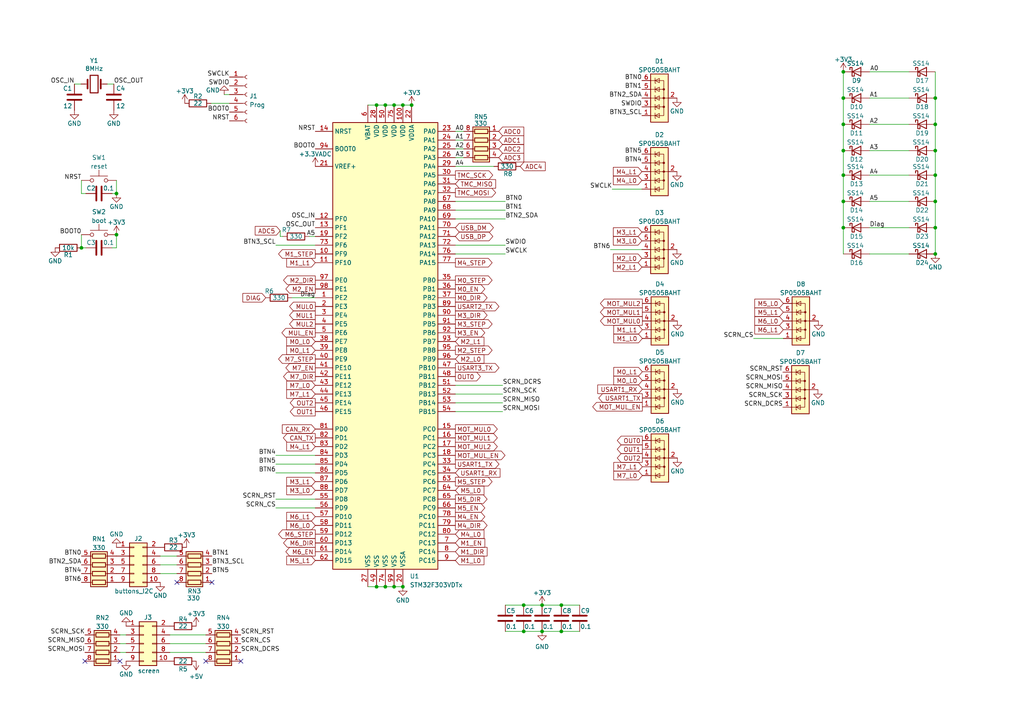
<source format=kicad_sch>
(kicad_sch (version 20211123) (generator eeschema)
  (paper "A4")
  (lib_symbols
    (symbol "Connector:Conn_01x06_Female" (pin_names (offset 1.016) hide)
      (property "Reference" "J" (at 0 7.62 0))
      (property "Value" "Conn_01x06_Female" (at 0 -10.16 0))
      (symbol "Conn_01x06_Female_1_1"
        (pin passive line (at -5.08 5.08 0) (length 3.81) (name "Pin_1") (number "1"))
        (pin passive line (at -5.08 2.54 0) (length 3.81) (name "Pin_2") (number "2"))
        (pin passive line (at -5.08 0 0) (length 3.81) (name "Pin_3") (number "3"))
        (pin passive line (at -5.08 -2.54 0) (length 3.81) (name "Pin_4") (number "4"))
        (pin passive line (at -5.08 -5.08 0) (length 3.81) (name "Pin_5") (number "5"))
        (pin passive line (at -5.08 -7.62 0) (length 3.81) (name "Pin_6") (number "6"))
      )
    )
    (symbol "Connector_Generic:Conn_02x05_Odd_Even" (pin_names (offset 1.016) hide)
      (property "Reference" "J" (at 1.27 7.62 0))
      (property "Value" "Conn_02x05_Odd_Even" (at 1.27 -7.62 0))
      (symbol "Conn_02x05_Odd_Even_1_1"
        (pin passive line (at -5.08 5.08 0) (length 3.81) (name "Pin_1") (number "1"))
        (pin passive line (at 7.62 -5.08 180) (length 3.81) (name "Pin_10") (number "10"))
        (pin passive line (at 7.62 5.08 180) (length 3.81) (name "Pin_2") (number "2"))
        (pin passive line (at -5.08 2.54 0) (length 3.81) (name "Pin_3") (number "3"))
        (pin passive line (at 7.62 2.54 180) (length 3.81) (name "Pin_4") (number "4"))
        (pin passive line (at -5.08 0 0) (length 3.81) (name "Pin_5") (number "5"))
        (pin passive line (at 7.62 0 180) (length 3.81) (name "Pin_6") (number "6"))
        (pin passive line (at -5.08 -2.54 0) (length 3.81) (name "Pin_7") (number "7"))
        (pin passive line (at 7.62 -2.54 180) (length 3.81) (name "Pin_8") (number "8"))
        (pin passive line (at -5.08 -5.08 0) (length 3.81) (name "Pin_9") (number "9"))
      )
    )
    (symbol "Device:C" (pin_numbers hide) (pin_names (offset 0.254))
      (property "Reference" "C" (at 0.635 2.54 0))
      (property "Value" "C" (at 0.635 -2.54 0))
      (symbol "C_1_1"
        (pin passive line (at 0 3.81 270) (length 2.794) (name "~") (number "1"))
        (pin passive line (at 0 -3.81 90) (length 2.794) (name "~") (number "2"))
      )
    )
    (symbol "Device:Crystal" (pin_numbers hide) (pin_names (offset 1.016) hide)
      (property "Reference" "Y" (at 0 3.81 0))
      (property "Value" "Crystal" (at 0 -3.81 0))
      (symbol "Crystal_1_1"
        (pin passive line (at -3.81 0 0) (length 1.27) (name "1") (number "1"))
        (pin passive line (at 3.81 0 180) (length 1.27) (name "2") (number "2"))
      )
    )
    (symbol "Device:D_Schottky" (pin_numbers hide) (pin_names (offset 1.016) hide)
      (property "Reference" "D" (at 0 2.54 0))
      (property "Value" "D_Schottky" (at 0 -2.54 0))
      (symbol "D_Schottky_1_1"
        (pin passive line (at -3.81 0 0) (length 2.54) (name "K") (number "1"))
        (pin passive line (at 3.81 0 180) (length 2.54) (name "A") (number "2"))
      )
    )
    (symbol "Device:R" (pin_numbers hide) (pin_names (offset 0))
      (property "Reference" "R" (at 2.032 0 90))
      (property "Value" "R" (at 0 0 90))
      (symbol "R_1_1"
        (pin passive line (at 0 3.81 270) (length 1.27) (name "~") (number "1"))
        (pin passive line (at 0 -3.81 90) (length 1.27) (name "~") (number "2"))
      )
    )
    (symbol "Device:R_Pack04" (pin_names (offset 0) hide)
      (property "Reference" "RN" (at -7.62 0 90))
      (property "Value" "R_Pack04" (at 5.08 0 90))
      (symbol "R_Pack04_1_1"
        (pin passive line (at -5.08 -5.08 90) (length 2.54) (name "R1.1") (number "1"))
        (pin passive line (at -2.54 -5.08 90) (length 2.54) (name "R2.1") (number "2"))
        (pin passive line (at 0 -5.08 90) (length 2.54) (name "R3.1") (number "3"))
        (pin passive line (at 2.54 -5.08 90) (length 2.54) (name "R4.1") (number "4"))
        (pin passive line (at 2.54 5.08 270) (length 2.54) (name "R4.2") (number "5"))
        (pin passive line (at 0 5.08 270) (length 2.54) (name "R3.2") (number "6"))
        (pin passive line (at -2.54 5.08 270) (length 2.54) (name "R2.2") (number "7"))
        (pin passive line (at -5.08 5.08 270) (length 2.54) (name "R1.2") (number "8"))
      )
    )
    (symbol "MCU_ST_STM32F3:STM32F303VDTx"
      (property "Reference" "U" (at -15.24 64.77 0))
      (property "Value" "STM32F303VDTx" (at 10.16 64.77 0))
      (symbol "STM32F303VDTx_1_1"
        (pin bidirectional line (at -20.32 12.7 0) (length 5.08) (name "PE2") (number "1"))
        (pin bidirectional line (at -20.32 25.4 0) (length 5.08) (name "PF9") (number "10"))
        (pin power_in line (at 5.08 68.58 270) (length 5.08) (name "VDD") (number "100"))
        (pin bidirectional line (at -20.32 22.86 0) (length 5.08) (name "PF10") (number "11"))
        (pin input line (at -20.32 35.56 0) (length 5.08) (name "PF0") (number "12"))
        (pin input line (at -20.32 33.02 0) (length 5.08) (name "PF1") (number "13"))
        (pin input line (at -20.32 60.96 0) (length 5.08) (name "NRST") (number "14"))
        (pin bidirectional line (at 20.32 -25.4 180) (length 5.08) (name "PC0") (number "15"))
        (pin bidirectional line (at 20.32 -27.94 180) (length 5.08) (name "PC1") (number "16"))
        (pin bidirectional line (at 20.32 -30.48 180) (length 5.08) (name "PC2") (number "17"))
        (pin bidirectional line (at 20.32 -33.02 180) (length 5.08) (name "PC3") (number "18"))
        (pin bidirectional line (at -20.32 30.48 0) (length 5.08) (name "PF2") (number "19"))
        (pin bidirectional line (at -20.32 10.16 0) (length 5.08) (name "PE3") (number "2"))
        (pin power_in line (at 5.08 -71.12 90) (length 5.08) (name "VSSA") (number "20"))
        (pin power_in line (at -20.32 50.8 0) (length 5.08) (name "VREF+") (number "21"))
        (pin power_in line (at 7.62 68.58 270) (length 5.08) (name "VDDA") (number "22"))
        (pin bidirectional line (at 20.32 60.96 180) (length 5.08) (name "PA0") (number "23"))
        (pin bidirectional line (at 20.32 58.42 180) (length 5.08) (name "PA1") (number "24"))
        (pin bidirectional line (at 20.32 55.88 180) (length 5.08) (name "PA2") (number "25"))
        (pin bidirectional line (at 20.32 53.34 180) (length 5.08) (name "PA3") (number "26"))
        (pin power_in line (at -5.08 -71.12 90) (length 5.08) (name "VSS") (number "27"))
        (pin power_in line (at -2.54 68.58 270) (length 5.08) (name "VDD") (number "28"))
        (pin bidirectional line (at 20.32 50.8 180) (length 5.08) (name "PA4") (number "29"))
        (pin bidirectional line (at -20.32 7.62 0) (length 5.08) (name "PE4") (number "3"))
        (pin bidirectional line (at 20.32 48.26 180) (length 5.08) (name "PA5") (number "30"))
        (pin bidirectional line (at 20.32 45.72 180) (length 5.08) (name "PA6") (number "31"))
        (pin bidirectional line (at 20.32 43.18 180) (length 5.08) (name "PA7") (number "32"))
        (pin bidirectional line (at 20.32 -35.56 180) (length 5.08) (name "PC4") (number "33"))
        (pin bidirectional line (at 20.32 -38.1 180) (length 5.08) (name "PC5") (number "34"))
        (pin bidirectional line (at 20.32 17.78 180) (length 5.08) (name "PB0") (number "35"))
        (pin bidirectional line (at 20.32 15.24 180) (length 5.08) (name "PB1") (number "36"))
        (pin bidirectional line (at 20.32 12.7 180) (length 5.08) (name "PB2") (number "37"))
        (pin bidirectional line (at -20.32 0 0) (length 5.08) (name "PE7") (number "38"))
        (pin bidirectional line (at -20.32 -2.54 0) (length 5.08) (name "PE8") (number "39"))
        (pin bidirectional line (at -20.32 5.08 0) (length 5.08) (name "PE5") (number "4"))
        (pin bidirectional line (at -20.32 -5.08 0) (length 5.08) (name "PE9") (number "40"))
        (pin bidirectional line (at -20.32 -7.62 0) (length 5.08) (name "PE10") (number "41"))
        (pin bidirectional line (at -20.32 -10.16 0) (length 5.08) (name "PE11") (number "42"))
        (pin bidirectional line (at -20.32 -12.7 0) (length 5.08) (name "PE12") (number "43"))
        (pin bidirectional line (at -20.32 -15.24 0) (length 5.08) (name "PE13") (number "44"))
        (pin bidirectional line (at -20.32 -17.78 0) (length 5.08) (name "PE14") (number "45"))
        (pin bidirectional line (at -20.32 -20.32 0) (length 5.08) (name "PE15") (number "46"))
        (pin bidirectional line (at 20.32 -7.62 180) (length 5.08) (name "PB10") (number "47"))
        (pin bidirectional line (at 20.32 -10.16 180) (length 5.08) (name "PB11") (number "48"))
        (pin power_in line (at -2.54 -71.12 90) (length 5.08) (name "VSS") (number "49"))
        (pin bidirectional line (at -20.32 2.54 0) (length 5.08) (name "PE6") (number "5"))
        (pin power_in line (at 0 68.58 270) (length 5.08) (name "VDD") (number "50"))
        (pin bidirectional line (at 20.32 -12.7 180) (length 5.08) (name "PB12") (number "51"))
        (pin bidirectional line (at 20.32 -15.24 180) (length 5.08) (name "PB13") (number "52"))
        (pin bidirectional line (at 20.32 -17.78 180) (length 5.08) (name "PB14") (number "53"))
        (pin bidirectional line (at 20.32 -20.32 180) (length 5.08) (name "PB15") (number "54"))
        (pin bidirectional line (at -20.32 -45.72 0) (length 5.08) (name "PD8") (number "55"))
        (pin bidirectional line (at -20.32 -48.26 0) (length 5.08) (name "PD9") (number "56"))
        (pin bidirectional line (at -20.32 -50.8 0) (length 5.08) (name "PD10") (number "57"))
        (pin bidirectional line (at -20.32 -53.34 0) (length 5.08) (name "PD11") (number "58"))
        (pin bidirectional line (at -20.32 -55.88 0) (length 5.08) (name "PD12") (number "59"))
        (pin power_in line (at -5.08 68.58 270) (length 5.08) (name "VBAT") (number "6"))
        (pin bidirectional line (at -20.32 -58.42 0) (length 5.08) (name "PD13") (number "60"))
        (pin bidirectional line (at -20.32 -60.96 0) (length 5.08) (name "PD14") (number "61"))
        (pin bidirectional line (at -20.32 -63.5 0) (length 5.08) (name "PD15") (number "62"))
        (pin bidirectional line (at 20.32 -40.64 180) (length 5.08) (name "PC6") (number "63"))
        (pin bidirectional line (at 20.32 -43.18 180) (length 5.08) (name "PC7") (number "64"))
        (pin bidirectional line (at 20.32 -45.72 180) (length 5.08) (name "PC8") (number "65"))
        (pin bidirectional line (at 20.32 -48.26 180) (length 5.08) (name "PC9") (number "66"))
        (pin bidirectional line (at 20.32 40.64 180) (length 5.08) (name "PA8") (number "67"))
        (pin bidirectional line (at 20.32 38.1 180) (length 5.08) (name "PA9") (number "68"))
        (pin bidirectional line (at 20.32 35.56 180) (length 5.08) (name "PA10") (number "69"))
        (pin bidirectional line (at 20.32 -58.42 180) (length 5.08) (name "PC13") (number "7"))
        (pin bidirectional line (at 20.32 33.02 180) (length 5.08) (name "PA11") (number "70"))
        (pin bidirectional line (at 20.32 30.48 180) (length 5.08) (name "PA12") (number "71"))
        (pin bidirectional line (at 20.32 27.94 180) (length 5.08) (name "PA13") (number "72"))
        (pin bidirectional line (at -20.32 27.94 0) (length 5.08) (name "PF6") (number "73"))
        (pin power_in line (at 0 -71.12 90) (length 5.08) (name "VSS") (number "74"))
        (pin power_in line (at 2.54 68.58 270) (length 5.08) (name "VDD") (number "75"))
        (pin bidirectional line (at 20.32 25.4 180) (length 5.08) (name "PA14") (number "76"))
        (pin bidirectional line (at 20.32 22.86 180) (length 5.08) (name "PA15") (number "77"))
        (pin bidirectional line (at 20.32 -50.8 180) (length 5.08) (name "PC10") (number "78"))
        (pin bidirectional line (at 20.32 -53.34 180) (length 5.08) (name "PC11") (number "79"))
        (pin bidirectional line (at 20.32 -60.96 180) (length 5.08) (name "PC14") (number "8"))
        (pin bidirectional line (at 20.32 -55.88 180) (length 5.08) (name "PC12") (number "80"))
        (pin bidirectional line (at -20.32 -25.4 0) (length 5.08) (name "PD0") (number "81"))
        (pin bidirectional line (at -20.32 -27.94 0) (length 5.08) (name "PD1") (number "82"))
        (pin bidirectional line (at -20.32 -30.48 0) (length 5.08) (name "PD2") (number "83"))
        (pin bidirectional line (at -20.32 -33.02 0) (length 5.08) (name "PD3") (number "84"))
        (pin bidirectional line (at -20.32 -35.56 0) (length 5.08) (name "PD4") (number "85"))
        (pin bidirectional line (at -20.32 -38.1 0) (length 5.08) (name "PD5") (number "86"))
        (pin bidirectional line (at -20.32 -40.64 0) (length 5.08) (name "PD6") (number "87"))
        (pin bidirectional line (at -20.32 -43.18 0) (length 5.08) (name "PD7") (number "88"))
        (pin bidirectional line (at 20.32 10.16 180) (length 5.08) (name "PB3") (number "89"))
        (pin bidirectional line (at 20.32 -63.5 180) (length 5.08) (name "PC15") (number "9"))
        (pin bidirectional line (at 20.32 7.62 180) (length 5.08) (name "PB4") (number "90"))
        (pin bidirectional line (at 20.32 5.08 180) (length 5.08) (name "PB5") (number "91"))
        (pin bidirectional line (at 20.32 2.54 180) (length 5.08) (name "PB6") (number "92"))
        (pin bidirectional line (at 20.32 0 180) (length 5.08) (name "PB7") (number "93"))
        (pin input line (at -20.32 55.88 0) (length 5.08) (name "BOOT0") (number "94"))
        (pin bidirectional line (at 20.32 -2.54 180) (length 5.08) (name "PB8") (number "95"))
        (pin bidirectional line (at 20.32 -5.08 180) (length 5.08) (name "PB9") (number "96"))
        (pin bidirectional line (at -20.32 17.78 0) (length 5.08) (name "PE0") (number "97"))
        (pin bidirectional line (at -20.32 15.24 0) (length 5.08) (name "PE1") (number "98"))
        (pin power_in line (at 2.54 -71.12 90) (length 5.08) (name "VSS") (number "99"))
      )
    )
    (symbol "Power_Protection:SP0505BAHT" (pin_names hide)
      (property "Reference" "D" (at 7.62 2.54 0))
      (property "Value" "SP0505BAHT" (at 7.62 0.635 0))
      (symbol "SP0505BAHT_0_0"
        (pin passive line (at 0 -5.08 90) (length 2.54) (name "A") (number "2"))
      )
      (symbol "SP0505BAHT_1_1"
        (pin passive line (at -5.08 5.08 270) (length 2.54) (name "K") (number "1"))
        (pin passive line (at -2.54 5.08 270) (length 2.54) (name "K") (number "3"))
        (pin passive line (at 0 5.08 270) (length 2.54) (name "K") (number "4"))
        (pin passive line (at 2.54 5.08 270) (length 2.54) (name "K") (number "5"))
        (pin passive line (at 5.08 5.08 270) (length 2.54) (name "K") (number "6"))
      )
    )
    (symbol "Switch:SW_Push" (pin_numbers hide) (pin_names (offset 1.016) hide)
      (property "Reference" "SW" (at 1.27 2.54 0))
      (property "Value" "SW_Push" (at 0 -1.524 0))
      (symbol "SW_Push_0_1"
        (pin passive line (at -5.08 0 0) (length 2.54) (name "1") (number "1"))
        (pin passive line (at 5.08 0 180) (length 2.54) (name "2") (number "2"))
      )
    )
    (symbol "power:+3.3VADC" (power) (pin_names (offset 0))
      (property "Value" "+3.3VADC" (at 0 2.54 0))
      (symbol "+3.3VADC_0_0"
        (pin power_in line (at 0 0 90) (length 0) hide (name "+3.3VADC") (number "1"))
      )
    )
    (symbol "power:+3V3" (power) (pin_names (offset 0))
      (property "Value" "+3V3" (at 0 3.556 0))
      (symbol "+3V3_1_1"
        (pin power_in line (at 0 0 90) (length 0) hide (name "+3V3") (number "1"))
      )
    )
    (symbol "power:+5V" (power) (pin_names (offset 0))
      (property "Value" "+5V" (at 0 3.556 0))
      (symbol "+5V_1_1"
        (pin power_in line (at 0 0 90) (length 0) hide (name "+5V") (number "1"))
      )
    )
    (symbol "power:GND" (power) (pin_names (offset 0))
      (property "Value" "GND" (at 0 -3.81 0))
      (symbol "GND_1_1"
        (pin power_in line (at 0 0 270) (length 0) hide (name "GND") (number "1"))
      )
    )
    (symbol "stm32-rescue:C" (pin_numbers hide) (pin_names (offset 0.254))
      (property "Reference" "C" (at 0.635 2.54 0))
      (property "Value" "C" (at 0.635 -2.54 0))
      (symbol "C_1_1"
        (pin passive line (at 0 3.81 270) (length 2.794) (name "~") (number "1"))
        (pin passive line (at 0 -3.81 90) (length 2.794) (name "~") (number "2"))
      )
    )
    (symbol "stm32-rescue:GND" (power) (pin_names (offset 0))
      (property "Value" "GND" (at 0 -3.81 0))
      (symbol "GND_1_1"
        (pin power_in line (at 0 0 270) (length 0) hide (name "GND") (number "1"))
      )
    )
  )
  (junction (at 151.892 175.514))
  (junction (at 23.622 71.882))
  (junction (at 157.226 183.134))
  (junction (at 109.22 170.18))
  (junction (at 271.272 36.068))
  (junction (at 116.84 170.18))
  (junction (at 111.76 30.48))
  (junction (at 157.226 175.514))
  (junction (at 271.272 43.688))
  (junction (at 109.22 30.48))
  (junction (at 271.272 58.42))
  (junction (at 271.272 66.04))
  (junction (at 114.3 30.48))
  (junction (at 162.814 175.514))
  (junction (at 111.76 170.18))
  (junction (at 244.602 36.068))
  (junction (at 244.602 20.828))
  (junction (at 114.3 170.18))
  (junction (at 244.602 28.448))
  (junction (at 271.272 50.8))
  (junction (at 119.38 30.48))
  (junction (at 33.782 56.134))
  (junction (at 244.602 58.42))
  (junction (at 271.272 28.448))
  (junction (at 244.602 43.688))
  (junction (at 151.892 183.134))
  (junction (at 33.782 68.072))
  (junction (at 162.814 183.134))
  (junction (at 244.602 66.04))
  (junction (at 116.84 30.48))
  (junction (at 244.602 50.8))
  (junction (at 271.272 73.66))
  (no_connect (at 69.85 191.77))
  (no_connect (at 59.69 191.77))
  (no_connect (at 51.308 168.91))
  (no_connect (at 61.468 168.91))
  (no_connect (at 34.798 191.77))
  (no_connect (at 24.638 191.77))
  (wire (pts (xy 252.222 20.828) (xy 263.652 20.828)))
  (wire (pts (xy 271.272 20.828) (xy 271.272 28.448)))
  (wire (pts (xy 49.276 186.69) (xy 59.69 186.69)))
  (wire (pts (xy 244.602 20.828) (xy 244.602 28.448)))
  (wire (pts (xy 252.222 73.66) (xy 263.652 73.66)))
  (wire (pts (xy 114.3 170.18) (xy 116.84 170.18)))
  (wire (pts (xy 84.709 86.36) (xy 91.44 86.36)))
  (wire (pts (xy 244.602 58.42) (xy 244.602 66.04)))
  (wire (pts (xy 106.68 170.18) (xy 109.22 170.18)))
  (wire (pts (xy 32.512 71.882) (xy 33.782 71.882)))
  (wire (pts (xy 145.796 114.3) (xy 132.08 114.3)))
  (wire (pts (xy 46.482 163.83) (xy 51.308 163.83)))
  (wire (pts (xy 271.272 50.8) (xy 271.272 58.42)))
  (wire (pts (xy 271.272 58.42) (xy 271.272 66.04)))
  (wire (pts (xy 81.28 68.58) (xy 82.042 68.58)))
  (wire (pts (xy 162.814 175.514) (xy 168.148 175.514)))
  (wire (pts (xy 80.01 134.62) (xy 91.44 134.62)))
  (wire (pts (xy 146.558 63.5) (xy 132.08 63.5)))
  (wire (pts (xy 157.226 183.134) (xy 162.814 183.134)))
  (wire (pts (xy 244.602 36.068) (xy 244.602 43.688)))
  (wire (pts (xy 252.222 50.8) (xy 263.652 50.8)))
  (wire (pts (xy 33.02 24.384) (xy 31.115 24.384)))
  (wire (pts (xy 271.272 28.448) (xy 271.272 36.068)))
  (wire (pts (xy 134.493 45.72) (xy 132.08 45.72)))
  (wire (pts (xy 244.602 43.688) (xy 244.602 50.8)))
  (wire (pts (xy 46.482 161.29) (xy 51.308 161.29)))
  (wire (pts (xy 23.622 56.134) (xy 23.622 52.324)))
  (wire (pts (xy 34.798 189.23) (xy 36.576 189.23)))
  (wire (pts (xy 145.796 111.76) (xy 132.08 111.76)))
  (wire (pts (xy 244.602 50.8) (xy 244.602 58.42)))
  (wire (pts (xy 116.84 30.48) (xy 119.38 30.48)))
  (wire (pts (xy 89.662 68.58) (xy 91.44 68.58)))
  (wire (pts (xy 151.892 175.514) (xy 157.226 175.514)))
  (wire (pts (xy 33.782 52.324) (xy 33.782 56.134)))
  (wire (pts (xy 65.024 27.432) (xy 66.548 27.432)))
  (wire (pts (xy 114.3 30.48) (xy 116.84 30.48)))
  (wire (pts (xy 80.01 71.12) (xy 91.44 71.12)))
  (wire (pts (xy 244.602 28.448) (xy 244.602 36.068)))
  (wire (pts (xy 145.796 119.38) (xy 132.08 119.38)))
  (wire (pts (xy 244.602 66.04) (xy 244.602 73.66)))
  (wire (pts (xy 134.493 43.18) (xy 132.08 43.18)))
  (wire (pts (xy 80.01 144.78) (xy 91.44 144.78)))
  (wire (pts (xy 218.567 98.171) (xy 227.203 98.171)))
  (wire (pts (xy 109.22 30.48) (xy 111.76 30.48)))
  (wire (pts (xy 23.622 68.072) (xy 23.622 71.882)))
  (wire (pts (xy 49.276 184.15) (xy 59.69 184.15)))
  (wire (pts (xy 132.08 48.26) (xy 143.256 48.26)))
  (wire (pts (xy 33.782 71.882) (xy 33.782 68.072)))
  (wire (pts (xy 81.28 66.929) (xy 81.28 68.58)))
  (wire (pts (xy 146.558 175.514) (xy 151.892 175.514)))
  (wire (pts (xy 252.222 66.04) (xy 263.652 66.04)))
  (wire (pts (xy 252.222 28.448) (xy 263.652 28.448)))
  (wire (pts (xy 21.59 24.384) (xy 23.495 24.384)))
  (wire (pts (xy 252.222 43.688) (xy 263.652 43.688)))
  (wire (pts (xy 49.276 189.23) (xy 59.69 189.23)))
  (wire (pts (xy 151.892 183.134) (xy 157.226 183.134)))
  (wire (pts (xy 80.01 132.08) (xy 91.44 132.08)))
  (wire (pts (xy 157.226 175.514) (xy 162.814 175.514)))
  (wire (pts (xy 177.546 54.864) (xy 186.182 54.864)))
  (wire (pts (xy 252.222 36.068) (xy 263.652 36.068)))
  (wire (pts (xy 61.214 29.972) (xy 66.548 29.972)))
  (wire (pts (xy 271.272 36.068) (xy 271.272 43.688)))
  (wire (pts (xy 146.558 183.134) (xy 151.892 183.134)))
  (wire (pts (xy 46.482 166.37) (xy 51.308 166.37)))
  (wire (pts (xy 271.272 43.688) (xy 271.272 50.8)))
  (wire (pts (xy 177.038 72.39) (xy 186.182 72.39)))
  (wire (pts (xy 109.22 170.18) (xy 111.76 170.18)))
  (wire (pts (xy 23.622 71.882) (xy 24.892 71.882)))
  (wire (pts (xy 132.08 73.66) (xy 146.558 73.66)))
  (wire (pts (xy 134.493 40.64) (xy 132.08 40.64)))
  (wire (pts (xy 146.558 58.42) (xy 132.08 58.42)))
  (wire (pts (xy 134.493 38.1) (xy 132.08 38.1)))
  (wire (pts (xy 252.222 58.42) (xy 263.652 58.42)))
  (wire (pts (xy 34.798 186.69) (xy 36.576 186.69)))
  (wire (pts (xy 271.272 66.04) (xy 271.272 73.66)))
  (wire (pts (xy 34.798 184.15) (xy 36.576 184.15)))
  (wire (pts (xy 33.782 56.134) (xy 32.512 56.134)))
  (wire (pts (xy 132.08 71.12) (xy 146.558 71.12)))
  (wire (pts (xy 111.76 170.18) (xy 114.3 170.18)))
  (wire (pts (xy 145.796 116.84) (xy 132.08 116.84)))
  (wire (pts (xy 111.76 30.48) (xy 114.3 30.48)))
  (wire (pts (xy 80.01 147.32) (xy 91.44 147.32)))
  (wire (pts (xy 80.01 137.16) (xy 91.44 137.16)))
  (wire (pts (xy 106.68 30.48) (xy 109.22 30.48)))
  (wire (pts (xy 162.814 183.134) (xy 168.148 183.134)))
  (wire (pts (xy 24.892 56.134) (xy 23.622 56.134)))
  (wire (pts (xy 146.558 60.96) (xy 132.08 60.96)))
  (label "BTN0" (at 146.558 58.42 0))
  (label "A5" (at 252.222 58.42 0))
  (label "SCRN_MOSI" (at 24.638 189.23 180))
  (label "BTN3_SCL" (at 80.01 71.12 180))
  (label "SCRN_RST" (at 227.076 107.95 180))
  (label "A3" (at 252.222 43.688 0))
  (label "A5" (at 91.44 68.58 180))
  (label "BTN5" (at 61.468 166.37 0))
  (label "BTN2_SDA" (at 186.182 28.448 180))
  (label "NRST" (at 91.44 38.1 180))
  (label "A1" (at 252.222 28.448 0))
  (label "BTN5" (at 80.01 134.62 180))
  (label "A4" (at 252.222 50.8 0))
  (label "SCRN_SCK" (at 24.638 184.15 180))
  (label "BTN4" (at 23.622 166.37 180))
  (label "BTN0" (at 186.182 23.368 180))
  (label "SCRN_SCK" (at 145.796 114.3 0))
  (label "SCRN_DCRS" (at 227.076 118.11 180))
  (label "SWCLK" (at 177.546 54.864 180))
  (label "A0" (at 132.08 38.1 0))
  (label "BTN1" (at 146.558 60.96 0))
  (label "OSC_IN" (at 91.44 63.5 180))
  (label "BTN1" (at 61.468 161.29 0))
  (label "BOOT0" (at 23.622 68.072 180))
  (label "BTN4" (at 80.01 132.08 180))
  (label "SWCLK" (at 66.548 22.352 180))
  (label "BTN1" (at 186.182 25.908 180))
  (label "SCRN_MISO" (at 227.076 113.03 180))
  (label "SCRN_DCRS" (at 69.85 189.23 0))
  (label "SWCLK" (at 146.558 73.66 0))
  (label "SCRN_RST" (at 69.85 184.15 0))
  (label "NRST" (at 66.548 35.052 180))
  (label "Diag" (at 91.44 86.36 180))
  (label "BTN3_SCL" (at 186.182 33.528 180))
  (label "BTN5" (at 186.182 44.704 180))
  (label "Diag" (at 252.222 66.04 0))
  (label "SCRN_MOSI" (at 227.076 110.49 180))
  (label "BTN2_SDA" (at 23.622 163.83 180))
  (label "OSC_IN" (at 21.59 24.384 180))
  (label "SCRN_CS" (at 80.01 147.32 180))
  (label "SCRN_CS" (at 69.85 186.69 0))
  (label "SCRN_MISO" (at 145.796 116.84 0))
  (label "OSC_OUT" (at 91.44 66.04 180))
  (label "A3" (at 132.08 45.72 0))
  (label "SCRN_MISO" (at 24.638 186.69 180))
  (label "BTN3_SCL" (at 61.468 163.83 0))
  (label "A1" (at 132.08 40.64 0))
  (label "SCRN_MOSI" (at 145.796 119.38 0))
  (label "SWDIO" (at 146.558 71.12 0))
  (label "SWDIO" (at 186.182 30.988 180))
  (label "SCRN_SCK" (at 227.076 115.57 180))
  (label "A0" (at 252.349 20.828 0))
  (label "BTN0" (at 23.622 161.29 180))
  (label "BOOT0" (at 91.44 43.18 180))
  (label "BOOT0" (at 66.548 32.512 180))
  (label "BTN2_SDA" (at 146.558 63.5 0))
  (label "SCRN_CS" (at 218.567 98.171 180))
  (label "BTN6" (at 23.622 168.91 180))
  (label "SCRN_DCRS" (at 145.796 111.76 0))
  (label "SWDIO" (at 66.548 24.892 180))
  (label "A2" (at 252.222 36.068 0))
  (label "OSC_OUT" (at 33.02 24.384 0))
  (label "SCRN_RST" (at 80.01 144.78 180))
  (label "BTN6" (at 177.038 72.39 180))
  (label "BTN6" (at 80.01 137.16 180))
  (label "BTN4" (at 186.182 47.244 180))
  (label "A4" (at 132.08 48.26 0))
  (label "A2" (at 132.08 43.18 0))
  (label "NRST" (at 23.622 52.324 180))
  (global_label "M1_L0" (shape input) (at 186.309 98.171 180) (property "Intersheet References" "${INTERSHEET_REFS}" (effects hide)))
  (global_label "M5_L0" (shape input) (at 132.08 142.24 0) (property "Intersheet References" "${INTERSHEET_REFS}" (effects hide)))
  (global_label "M2_DIR" (shape output) (at 91.44 81.28 180) (property "Intersheet References" "${INTERSHEET_REFS}" (effects hide)))
  (global_label "M6_L0" (shape input) (at 91.44 152.4 180) (property "Intersheet References" "${INTERSHEET_REFS}" (effects hide)))
  (global_label "M6_L1" (shape input) (at 227.203 95.631 180) (property "Intersheet References" "${INTERSHEET_REFS}" (effects hide)))
  (global_label "MUL1" (shape output) (at 91.44 91.44 180) (property "Intersheet References" "${INTERSHEET_REFS}" (effects hide)))
  (global_label "USART1_TX" (shape output) (at 132.08 134.62 0) (property "Intersheet References" "${INTERSHEET_REFS}" (effects hide)))
  (global_label "OUT0" (shape output) (at 132.08 109.22 0) (property "Intersheet References" "${INTERSHEET_REFS}" (effects hide)))
  (global_label "USART1_RX" (shape input) (at 186.309 112.903 180) (property "Intersheet References" "${INTERSHEET_REFS}" (effects hide)))
  (global_label "M3_L0" (shape input) (at 91.44 142.24 180) (property "Intersheet References" "${INTERSHEET_REFS}" (effects hide)))
  (global_label "M0_EN" (shape output) (at 132.08 83.82 0) (property "Intersheet References" "${INTERSHEET_REFS}" (effects hide)))
  (global_label "M6_EN" (shape output) (at 91.44 160.02 180) (property "Intersheet References" "${INTERSHEET_REFS}" (effects hide)))
  (global_label "MOT_MUL0" (shape output) (at 186.309 93.091 180) (property "Intersheet References" "${INTERSHEET_REFS}" (effects hide)))
  (global_label "DIAG" (shape input) (at 77.089 86.36 180) (property "Intersheet References" "${INTERSHEET_REFS}" (effects hide)))
  (global_label "M2_L1" (shape input) (at 186.182 77.47 180) (property "Intersheet References" "${INTERSHEET_REFS}" (effects hide)))
  (global_label "TMC_MISO" (shape input) (at 132.08 53.34 0) (property "Intersheet References" "${INTERSHEET_REFS}" (effects hide)))
  (global_label "CAN_RX" (shape input) (at 91.44 124.46 180) (property "Intersheet References" "${INTERSHEET_REFS}" (effects hide)))
  (global_label "M7_L0" (shape input) (at 186.309 137.922 180) (property "Intersheet References" "${INTERSHEET_REFS}" (effects hide)))
  (global_label "M4_L0" (shape input) (at 186.182 52.324 180) (property "Intersheet References" "${INTERSHEET_REFS}" (effects hide)))
  (global_label "M1_EN" (shape input) (at 132.08 157.48 0) (property "Intersheet References" "${INTERSHEET_REFS}" (effects hide)))
  (global_label "MOT_MUL_EN" (shape output) (at 132.08 132.08 0) (property "Intersheet References" "${INTERSHEET_REFS}" (effects hide)))
  (global_label "M7_L1" (shape input) (at 91.44 114.3 180) (property "Intersheet References" "${INTERSHEET_REFS}" (effects hide)))
  (global_label "USART1_RX" (shape input) (at 132.08 137.16 0) (property "Intersheet References" "${INTERSHEET_REFS}" (effects hide)))
  (global_label "M6_DIR" (shape output) (at 91.44 157.48 180) (property "Intersheet References" "${INTERSHEET_REFS}" (effects hide)))
  (global_label "USART1_TX" (shape output) (at 186.309 115.443 180) (property "Intersheet References" "${INTERSHEET_REFS}" (effects hide)))
  (global_label "M4_EN" (shape output) (at 132.08 149.86 0) (property "Intersheet References" "${INTERSHEET_REFS}" (effects hide)))
  (global_label "M0_L1" (shape input) (at 91.44 101.6 180) (property "Intersheet References" "${INTERSHEET_REFS}" (effects hide)))
  (global_label "M1_STEP" (shape output) (at 91.44 73.66 180) (property "Intersheet References" "${INTERSHEET_REFS}" (effects hide)))
  (global_label "OUT2" (shape output) (at 186.309 132.842 180) (property "Intersheet References" "${INTERSHEET_REFS}" (effects hide)))
  (global_label "ADC4" (shape input) (at 150.876 48.26 0) (property "Intersheet References" "${INTERSHEET_REFS}" (effects hide)))
  (global_label "OUT2" (shape output) (at 91.44 116.84 180) (property "Intersheet References" "${INTERSHEET_REFS}" (effects hide)))
  (global_label "M0_L0" (shape input) (at 186.309 110.363 180) (property "Intersheet References" "${INTERSHEET_REFS}" (effects hide)))
  (global_label "M3_L0" (shape input) (at 186.182 69.85 180) (property "Intersheet References" "${INTERSHEET_REFS}" (effects hide)))
  (global_label "M2_L1" (shape input) (at 132.08 99.06 0) (property "Intersheet References" "${INTERSHEET_REFS}" (effects hide)))
  (global_label "ADC2" (shape input) (at 144.653 43.18 0) (property "Intersheet References" "${INTERSHEET_REFS}" (effects hide)))
  (global_label "MOT_MUL1" (shape output) (at 132.08 127 0) (property "Intersheet References" "${INTERSHEET_REFS}" (effects hide)))
  (global_label "M0_STEP" (shape output) (at 132.08 81.28 0) (property "Intersheet References" "${INTERSHEET_REFS}" (effects hide)))
  (global_label "M7_L1" (shape input) (at 186.309 135.382 180) (property "Intersheet References" "${INTERSHEET_REFS}" (effects hide)))
  (global_label "MUL0" (shape output) (at 91.44 88.9 180) (property "Intersheet References" "${INTERSHEET_REFS}" (effects hide)))
  (global_label "M3_L1" (shape input) (at 186.182 67.31 180) (property "Intersheet References" "${INTERSHEET_REFS}" (effects hide)))
  (global_label "M1_DIR" (shape input) (at 132.08 160.02 0) (property "Intersheet References" "${INTERSHEET_REFS}" (effects hide)))
  (global_label "M2_EN" (shape output) (at 91.44 83.82 180) (property "Intersheet References" "${INTERSHEET_REFS}" (effects hide)))
  (global_label "M3_L1" (shape input) (at 91.44 139.7 180) (property "Intersheet References" "${INTERSHEET_REFS}" (effects hide)))
  (global_label "M3_EN" (shape output) (at 132.08 96.52 0) (property "Intersheet References" "${INTERSHEET_REFS}" (effects hide)))
  (global_label "M3_DIR" (shape output) (at 132.08 91.44 0) (property "Intersheet References" "${INTERSHEET_REFS}" (effects hide)))
  (global_label "MOT_MUL0" (shape output) (at 132.08 124.46 0) (property "Intersheet References" "${INTERSHEET_REFS}" (effects hide)))
  (global_label "M4_L1" (shape input) (at 91.44 129.54 180) (property "Intersheet References" "${INTERSHEET_REFS}" (effects hide)))
  (global_label "M5_L0" (shape input) (at 227.203 88.011 180) (property "Intersheet References" "${INTERSHEET_REFS}" (effects hide)))
  (global_label "M1_L1" (shape input) (at 91.44 76.2 180) (property "Intersheet References" "${INTERSHEET_REFS}" (effects hide)))
  (global_label "M7_DIR" (shape output) (at 91.44 109.22 180) (property "Intersheet References" "${INTERSHEET_REFS}" (effects hide)))
  (global_label "MUL_EN" (shape output) (at 91.44 96.52 180) (property "Intersheet References" "${INTERSHEET_REFS}" (effects hide)))
  (global_label "USB_DM" (shape bidirectional) (at 132.08 66.04 0) (property "Intersheet References" "${INTERSHEET_REFS}" (effects hide)))
  (global_label "M4_L0" (shape input) (at 132.08 154.94 0) (property "Intersheet References" "${INTERSHEET_REFS}" (effects hide)))
  (global_label "M5_STEP" (shape output) (at 132.08 139.7 0) (property "Intersheet References" "${INTERSHEET_REFS}" (effects hide)))
  (global_label "MOT_MUL2" (shape output) (at 132.08 129.54 0) (property "Intersheet References" "${INTERSHEET_REFS}" (effects hide)))
  (global_label "USART3_TX" (shape output) (at 132.08 106.68 0) (property "Intersheet References" "${INTERSHEET_REFS}" (effects hide)))
  (global_label "M5_L1" (shape input) (at 227.203 90.551 180) (property "Intersheet References" "${INTERSHEET_REFS}" (effects hide)))
  (global_label "TMC_SCK" (shape output) (at 132.08 50.8 0) (property "Intersheet References" "${INTERSHEET_REFS}" (effects hide)))
  (global_label "ADC0" (shape input) (at 144.653 38.1 0) (property "Intersheet References" "${INTERSHEET_REFS}" (effects hide)))
  (global_label "M1_L1" (shape input) (at 186.309 95.631 180) (property "Intersheet References" "${INTERSHEET_REFS}" (effects hide)))
  (global_label "M6_STEP" (shape output) (at 91.44 154.94 180) (property "Intersheet References" "${INTERSHEET_REFS}" (effects hide)))
  (global_label "M5_L1" (shape input) (at 91.44 162.56 180) (property "Intersheet References" "${INTERSHEET_REFS}" (effects hide)))
  (global_label "MOT_MUL1" (shape output) (at 186.309 90.551 180) (property "Intersheet References" "${INTERSHEET_REFS}" (effects hide)))
  (global_label "ADC1" (shape input) (at 144.653 40.64 0) (property "Intersheet References" "${INTERSHEET_REFS}" (effects hide)))
  (global_label "M5_DIR" (shape output) (at 132.08 144.78 0) (property "Intersheet References" "${INTERSHEET_REFS}" (effects hide)))
  (global_label "M6_L1" (shape input) (at 91.44 149.86 180) (property "Intersheet References" "${INTERSHEET_REFS}" (effects hide)))
  (global_label "CAN_TX" (shape output) (at 91.44 127 180) (property "Intersheet References" "${INTERSHEET_REFS}" (effects hide)))
  (global_label "OUT0" (shape output) (at 186.309 127.762 180) (property "Intersheet References" "${INTERSHEET_REFS}" (effects hide)))
  (global_label "TMC_MOSI" (shape output) (at 132.08 55.88 0) (property "Intersheet References" "${INTERSHEET_REFS}" (effects hide)))
  (global_label "M3_STEP" (shape output) (at 132.08 93.98 0) (property "Intersheet References" "${INTERSHEET_REFS}" (effects hide)))
  (global_label "M0_DIR" (shape output) (at 132.08 86.36 0) (property "Intersheet References" "${INTERSHEET_REFS}" (effects hide)))
  (global_label "MUL2" (shape output) (at 91.44 93.98 180) (property "Intersheet References" "${INTERSHEET_REFS}" (effects hide)))
  (global_label "M6_L0" (shape input) (at 227.203 93.091 180) (property "Intersheet References" "${INTERSHEET_REFS}" (effects hide)))
  (global_label "M2_STEP" (shape output) (at 132.08 101.6 0) (property "Intersheet References" "${INTERSHEET_REFS}" (effects hide)))
  (global_label "M1_L0" (shape input) (at 132.08 162.56 0) (property "Intersheet References" "${INTERSHEET_REFS}" (effects hide)))
  (global_label "M0_L0" (shape input) (at 91.44 99.06 180) (property "Intersheet References" "${INTERSHEET_REFS}" (effects hide)))
  (global_label "M7_STEP" (shape output) (at 91.44 104.14 180) (property "Intersheet References" "${INTERSHEET_REFS}" (effects hide)))
  (global_label "OUT1" (shape output) (at 186.309 130.302 180) (property "Intersheet References" "${INTERSHEET_REFS}" (effects hide)))
  (global_label "USB_DP" (shape bidirectional) (at 132.08 68.58 0) (property "Intersheet References" "${INTERSHEET_REFS}" (effects hide)))
  (global_label "M5_EN" (shape output) (at 132.08 147.32 0) (property "Intersheet References" "${INTERSHEET_REFS}" (effects hide)))
  (global_label "OUT1" (shape output) (at 91.44 119.38 180) (property "Intersheet References" "${INTERSHEET_REFS}" (effects hide)))
  (global_label "M0_L1" (shape input) (at 186.309 107.823 180) (property "Intersheet References" "${INTERSHEET_REFS}" (effects hide)))
  (global_label "M4_L1" (shape input) (at 186.182 49.784 180) (property "Intersheet References" "${INTERSHEET_REFS}" (effects hide)))
  (global_label "M4_STEP" (shape output) (at 132.08 76.2 0) (property "Intersheet References" "${INTERSHEET_REFS}" (effects hide)))
  (global_label "ADC5" (shape input) (at 81.28 66.929 180) (property "Intersheet References" "${INTERSHEET_REFS}" (effects hide)))
  (global_label "M2_L0" (shape input) (at 186.182 74.93 180) (property "Intersheet References" "${INTERSHEET_REFS}" (effects hide)))
  (global_label "MOT_MUL_EN" (shape output) (at 186.309 117.983 180) (property "Intersheet References" "${INTERSHEET_REFS}" (effects hide)))
  (global_label "ADC3" (shape input) (at 144.653 45.72 0) (property "Intersheet References" "${INTERSHEET_REFS}" (effects hide)))
  (global_label "MOT_MUL2" (shape output) (at 186.309 88.011 180) (property "Intersheet References" "${INTERSHEET_REFS}" (effects hide)))
  (global_label "M7_EN" (shape output) (at 91.44 106.68 180) (property "Intersheet References" "${INTERSHEET_REFS}" (effects hide)))
  (global_label "USART2_TX" (shape output) (at 132.08 88.9 0) (property "Intersheet References" "${INTERSHEET_REFS}" (effects hide)))
  (global_label "M2_L0" (shape input) (at 132.08 104.14 0) (property "Intersheet References" "${INTERSHEET_REFS}" (effects hide)))
  (global_label "M7_L0" (shape input) (at 91.44 111.76 180) (property "Intersheet References" "${INTERSHEET_REFS}" (effects hide)))
  (global_label "M4_DIR" (shape output) (at 132.08 152.4 0) (property "Intersheet References" "${INTERSHEET_REFS}" (effects hide)))
  (symbol (lib_id "Device:C") (at 157.226 179.324 0) (unit 1)
    (property "Reference" "C7" (at 157.48 177.165 0) (effects (justify left)))
    (property "Value" "0.1" (at 157.353 181.737 0) (effects (justify left)))
    (property "Footprint" "Capacitor_SMD:C_0603_1608Metric_Pad1.08x0.95mm_HandSolder" (effects hide))
  )
  (symbol (lib_id "stm32-rescue:GND") (at 36.576 181.61 180) (unit 1)
    (property "Reference" "#PWR0111" (effects hide))
    (property "Value" "GND" (at 36.576 177.8 0))
  )
  (symbol (lib_id "Connector:Conn_01x06_Female") (at 71.628 27.432 0) (unit 1)
    (property "Reference" "J1" (at 72.3392 27.8673 0) (effects (justify left)))
    (property "Value" "Prog" (at 72.3392 30.4042 0) (effects (justify left)))
    (property "Footprint" "Connector_PinSocket_1.27mm:PinSocket_1x06_P1.27mm_Vertical" (effects hide))
  )
  (symbol (lib_id "Device:R") (at 57.404 29.972 90) (unit 1)
    (property "Reference" "R2" (at 57.404 27.94 90))
    (property "Value" "22" (at 57.404 29.972 90))
    (property "Footprint" "Resistor_SMD:R_0603_1608Metric_Pad0.98x0.95mm_HandSolder" (effects hide))
  )
  (symbol (lib_id "Device:D_Schottky") (at 267.462 20.828 0) (unit 1)
    (property "Reference" "D17" (at 267.462 23.368 0))
    (property "Value" "SS14" (at 267.1445 18.3951 0))
    (property "Footprint" "Diode_SMD:D_SOD-323_HandSoldering" (effects hide))
  )
  (symbol (lib_id "power:GND") (at 116.84 170.18 0) (unit 1)
    (property "Reference" "#PWR07" (effects hide))
    (property "Value" "GND" (at 116.84 174.117 0))
  )
  (symbol (lib_id "Device:R_Pack04") (at 29.718 186.69 90) (unit 1)
    (property "Reference" "RN2" (at 29.718 179.1802 90))
    (property "Value" "330" (at 29.718 181.7171 90))
    (property "Footprint" "Resistor_SMD:R_Array_Convex_4x0603" (effects hide))
  )
  (symbol (lib_id "power:+5V") (at 56.896 191.77 180) (unit 1)
    (property "Reference" "#PWR0116" (effects hide))
    (property "Value" "+5V" (at 56.896 196.2134 0))
  )
  (symbol (lib_id "power:+3V3") (at 119.38 30.48 0) (unit 1)
    (property "Reference" "#PWR08" (effects hide))
    (property "Value" "+3V3" (at 119.38 26.9042 0))
  )
  (symbol (lib_id "MCU_ST_STM32F3:STM32F303VDTx") (at 111.76 99.06 0) (unit 1)
    (property "Reference" "U1" (at 118.8594 167.1304 0) (effects (justify left)))
    (property "Value" "STM32F303VDTx" (at 118.8594 169.6673 0) (effects (justify left)))
    (property "Footprint" "Package_QFP:LQFP-100_14x14mm_P0.5mm" (effects hide))
    (property "Datasheet" "http://www.st.com/st-web-ui/static/active/en/resource/technical/document/datasheet/DM00118585.pdf" (effects hide))
  )
  (symbol (lib_id "Device:D_Schottky") (at 248.412 36.068 0) (unit 1)
    (property "Reference" "D11" (at 248.412 38.608 0))
    (property "Value" "SS14" (at 248.0945 33.6351 0))
    (property "Footprint" "Diode_SMD:D_SOD-323_HandSoldering" (effects hide))
  )
  (symbol (lib_id "Device:C") (at 162.814 179.324 0) (unit 1)
    (property "Reference" "C8" (at 163.068 177.165 0) (effects (justify left)))
    (property "Value" "0.1" (at 162.941 181.737 0) (effects (justify left)))
    (property "Footprint" "Capacitor_SMD:C_0603_1608Metric_Pad1.08x0.95mm_HandSolder" (effects hide))
  )
  (symbol (lib_id "Device:R") (at 53.086 181.61 90) (unit 1)
    (property "Reference" "R4" (at 53.086 179.578 90))
    (property "Value" "22" (at 53.086 181.61 90))
    (property "Footprint" "Resistor_SMD:R_0603_1608Metric_Pad0.98x0.95mm_HandSolder" (effects hide))
  )
  (symbol (lib_id "Switch:SW_Push") (at 28.702 52.324 0) (unit 1)
    (property "Reference" "SW1" (at 28.702 45.7032 0))
    (property "Value" "reset" (at 28.702 48.2401 0))
    (property "Footprint" "Button_Switch_SMD:SW_SPST_FSMSM" (effects hide))
  )
  (symbol (lib_id "power:+3V3") (at 53.594 29.972 0) (unit 1)
    (property "Reference" "#PWR09" (effects hide))
    (property "Value" "+3V3" (at 53.594 26.3962 0))
  )
  (symbol (lib_id "stm32-rescue:GND") (at 196.469 132.842 0) (unit 1)
    (property "Reference" "#PWR0110" (effects hide))
    (property "Value" "GND" (at 196.469 136.652 0))
  )
  (symbol (lib_id "Device:D_Schottky") (at 267.462 36.068 0) (unit 1)
    (property "Reference" "D19" (at 267.462 38.608 0))
    (property "Value" "SS14" (at 267.1445 33.6351 0))
    (property "Footprint" "Diode_SMD:D_SOD-323_HandSoldering" (effects hide))
  )
  (symbol (lib_id "Device:D_Schottky") (at 248.412 66.04 0) (unit 1)
    (property "Reference" "D15" (at 248.412 68.58 0))
    (property "Value" "SS14" (at 248.0945 63.6071 0))
    (property "Footprint" "Diode_SMD:D_SOD-323_HandSoldering" (effects hide))
  )
  (symbol (lib_id "stm32-rescue:GND") (at 237.236 113.03 0) (unit 1)
    (property "Reference" "#PWR0106" (effects hide))
    (property "Value" "GND" (at 237.236 116.84 0))
  )
  (symbol (lib_id "Device:R_Pack04") (at 139.573 43.18 90) (mirror x) (unit 1)
    (property "Reference" "RN5" (at 139.446 33.909 90))
    (property "Value" "330" (at 139.446 35.814 90))
    (property "Footprint" "Resistor_SMD:R_Array_Convex_4x0603" (effects hide))
  )
  (symbol (lib_id "Connector_Generic:Conn_02x05_Odd_Even") (at 41.656 186.69 0) (unit 1)
    (property "Reference" "J3" (at 42.926 179.07 0))
    (property "Value" "screen" (at 43.18 194.564 0))
    (property "Footprint" "Connector_IDC:IDC-Header_2x05_P2.54mm_Vertical" (effects hide))
  )
  (symbol (lib_id "Device:D_Schottky") (at 267.462 50.8 0) (unit 1)
    (property "Reference" "D21" (at 267.462 53.34 0))
    (property "Value" "SS14" (at 267.1445 48.3671 0))
    (property "Footprint" "Diode_SMD:D_SOD-323_HandSoldering" (effects hide))
  )
  (symbol (lib_id "power:GND") (at 65.024 27.432 180) (unit 1)
    (property "Reference" "#PWR012" (effects hide))
    (property "Value" "GND" (at 59.69 26.162 0) (effects (justify right)))
  )
  (symbol (lib_id "Device:R") (at 50.292 158.75 90) (unit 1)
    (property "Reference" "R3" (at 50.292 156.718 90))
    (property "Value" "22" (at 50.292 158.75 90))
    (property "Footprint" "Resistor_SMD:R_0603_1608Metric_Pad0.98x0.95mm_HandSolder" (effects hide))
  )
  (symbol (lib_id "stm32-rescue:GND") (at 33.782 158.75 180) (unit 1)
    (property "Reference" "#PWR0112" (effects hide))
    (property "Value" "GND" (at 33.782 154.94 0))
  )
  (symbol (lib_id "Power_Protection:SP0505BAHT") (at 232.283 93.091 90) (unit 1)
    (property "Reference" "D8" (at 232.283 82.4062 90))
    (property "Value" "SP0505BAHT" (at 232.283 84.9431 90))
    (property "Footprint" "Package_TO_SOT_SMD:SOT-23-6" (effects hide))
    (property "Datasheet" "http://www.littelfuse.com/~/media/files/littelfuse/technical%20resources/documents/data%20sheets/sp05xxba.pdf" (effects hide))
  )
  (symbol (lib_id "Device:R_Pack04") (at 56.388 163.83 90) (unit 1)
    (property "Reference" "RN3" (at 56.388 171.45 90))
    (property "Value" "330" (at 56.134 173.482 90))
    (property "Footprint" "Resistor_SMD:R_Array_Convex_4x0603" (effects hide))
  )
  (symbol (lib_id "Device:C") (at 28.702 71.882 90) (unit 1)
    (property "Reference" "C3" (at 26.416 70.358 90))
    (property "Value" "0.1" (at 31.496 70.358 90))
    (property "Footprint" "Capacitor_SMD:C_0603_1608Metric_Pad1.08x0.95mm_HandSolder" (effects hide))
  )
  (symbol (lib_id "Device:C") (at 168.148 179.324 0) (unit 1)
    (property "Reference" "C9" (at 168.402 177.165 0) (effects (justify left)))
    (property "Value" "0.1" (at 168.275 181.737 0) (effects (justify left)))
    (property "Footprint" "Capacitor_SMD:C_0603_1608Metric_Pad1.08x0.95mm_HandSolder" (effects hide))
  )
  (symbol (lib_id "power:GND") (at 157.226 183.134 0) (unit 1)
    (property "Reference" "#PWR011" (effects hide))
    (property "Value" "GND" (at 157.226 187.5774 0))
  )
  (symbol (lib_id "Device:C") (at 28.702 56.134 90) (unit 1)
    (property "Reference" "C2" (at 26.416 54.61 90))
    (property "Value" "0.1" (at 31.496 54.61 90))
    (property "Footprint" "Capacitor_SMD:C_0603_1608Metric_Pad1.08x0.95mm_HandSolder" (effects hide))
  )
  (symbol (lib_id "Device:D_Schottky") (at 248.412 58.42 0) (unit 1)
    (property "Reference" "D14" (at 248.412 60.96 0))
    (property "Value" "SS14" (at 248.0945 55.9871 0))
    (property "Footprint" "Diode_SMD:D_SOD-323_HandSoldering" (effects hide))
  )
  (symbol (lib_id "Power_Protection:SP0505BAHT") (at 191.389 112.903 90) (unit 1)
    (property "Reference" "D5" (at 191.389 102.2182 90))
    (property "Value" "SP0505BAHT" (at 191.389 104.7551 90))
    (property "Footprint" "Package_TO_SOT_SMD:SOT-23-6" (effects hide))
    (property "Datasheet" "http://www.littelfuse.com/~/media/files/littelfuse/technical%20resources/documents/data%20sheets/sp05xxba.pdf" (effects hide))
  )
  (symbol (lib_id "stm32-rescue:GND") (at 196.469 112.903 0) (unit 1)
    (property "Reference" "#PWR0109" (effects hide))
    (property "Value" "GND" (at 196.469 116.713 0))
  )
  (symbol (lib_id "stm32-rescue:GND") (at 237.363 93.091 0) (unit 1)
    (property "Reference" "#PWR0105" (effects hide))
    (property "Value" "GND" (at 237.363 96.901 0))
  )
  (symbol (lib_id "stm32-rescue:GND") (at 33.782 56.134 0) (unit 1)
    (property "Reference" "#PWR03" (effects hide))
    (property "Value" "GND" (at 33.782 59.944 0))
  )
  (symbol (lib_id "power:+3V3") (at 157.226 175.514 0) (unit 1)
    (property "Reference" "#PWR010" (effects hide))
    (property "Value" "+3V3" (at 157.226 171.9382 0))
  )
  (symbol (lib_id "Switch:SW_Push") (at 28.702 68.072 0) (unit 1)
    (property "Reference" "SW2" (at 28.702 61.4512 0))
    (property "Value" "boot" (at 28.702 63.9881 0))
    (property "Footprint" "Button_Switch_SMD:SW_SPST_FSMSM" (effects hide))
  )
  (symbol (lib_id "stm32-rescue:GND") (at 16.002 71.882 0) (unit 1)
    (property "Reference" "#PWR01" (effects hide))
    (property "Value" "GND" (at 16.002 75.692 0))
  )
  (symbol (lib_id "Power_Protection:SP0505BAHT") (at 232.156 113.03 90) (unit 1)
    (property "Reference" "D7" (at 232.156 102.3452 90))
    (property "Value" "SP0505BAHT" (at 232.156 104.8821 90))
    (property "Footprint" "Package_TO_SOT_SMD:SOT-23-6" (effects hide))
    (property "Datasheet" "http://www.littelfuse.com/~/media/files/littelfuse/technical%20resources/documents/data%20sheets/sp05xxba.pdf" (effects hide))
  )
  (symbol (lib_id "Power_Protection:SP0505BAHT") (at 191.262 49.784 90) (unit 1)
    (property "Reference" "D2" (at 191.262 39.0992 90))
    (property "Value" "SP0505BAHT" (at 191.262 41.6361 90))
    (property "Footprint" "Package_TO_SOT_SMD:SOT-23-6" (effects hide))
    (property "Datasheet" "http://www.littelfuse.com/~/media/files/littelfuse/technical%20resources/documents/data%20sheets/sp05xxba.pdf" (effects hide))
  )
  (symbol (lib_id "Power_Protection:SP0505BAHT") (at 191.262 28.448 90) (unit 1)
    (property "Reference" "D1" (at 191.262 17.7632 90))
    (property "Value" "SP0505BAHT" (at 191.262 20.3001 90))
    (property "Footprint" "Package_TO_SOT_SMD:SOT-23-6" (effects hide))
    (property "Datasheet" "http://www.littelfuse.com/~/media/files/littelfuse/technical%20resources/documents/data%20sheets/sp05xxba.pdf" (effects hide))
  )
  (symbol (lib_id "stm32-rescue:GND") (at 21.59 32.004 0) (unit 1)
    (property "Reference" "#PWR02" (effects hide))
    (property "Value" "GND" (at 21.59 35.814 0))
  )
  (symbol (lib_id "Power_Protection:SP0505BAHT") (at 191.389 93.091 90) (unit 1)
    (property "Reference" "D4" (at 191.389 82.4062 90))
    (property "Value" "SP0505BAHT" (at 191.389 84.9431 90))
    (property "Footprint" "Package_TO_SOT_SMD:SOT-23-6" (effects hide))
    (property "Datasheet" "http://www.littelfuse.com/~/media/files/littelfuse/technical%20resources/documents/data%20sheets/sp05xxba.pdf" (effects hide))
  )
  (symbol (lib_id "Device:D_Schottky") (at 248.412 43.688 0) (unit 1)
    (property "Reference" "D12" (at 248.412 46.228 0))
    (property "Value" "SS14" (at 248.0945 41.2551 0))
    (property "Footprint" "Diode_SMD:D_SOD-323_HandSoldering" (effects hide))
  )
  (symbol (lib_id "Device:R") (at 53.086 191.77 90) (unit 1)
    (property "Reference" "R5" (at 53.086 194.056 90))
    (property "Value" "22" (at 53.086 191.77 90))
    (property "Footprint" "Resistor_SMD:R_0603_1608Metric_Pad0.98x0.95mm_HandSolder" (effects hide))
  )
  (symbol (lib_id "power:+3V3") (at 33.782 68.072 0) (unit 1)
    (property "Reference" "#PWR04" (effects hide))
    (property "Value" "+3V3" (at 33.782 64.4962 0))
  )
  (symbol (lib_id "Device:R") (at 147.066 48.26 90) (unit 1)
    (property "Reference" "R8" (at 147.32 50.419 90))
    (property "Value" "330" (at 147.066 48.26 90))
    (property "Footprint" "Resistor_SMD:R_0603_1608Metric_Pad0.98x0.95mm_HandSolder" (effects hide))
  )
  (symbol (lib_id "Device:D_Schottky") (at 248.412 28.448 0) (unit 1)
    (property "Reference" "D10" (at 248.412 30.988 0))
    (property "Value" "SS14" (at 248.0945 26.0151 0))
    (property "Footprint" "Diode_SMD:D_SOD-323_HandSoldering" (effects hide))
  )
  (symbol (lib_id "power:+3V3") (at 244.602 20.828 0) (unit 1)
    (property "Reference" "#PWR0103" (effects hide))
    (property "Value" "+3V3" (at 244.602 17.2522 0))
  )
  (symbol (lib_id "Connector_Generic:Conn_02x05_Odd_Even") (at 38.862 163.83 0) (unit 1)
    (property "Reference" "J2" (at 40.132 156.21 0))
    (property "Value" "buttons_I2C" (at 38.862 171.45 0))
    (property "Footprint" "Connector_IDC:IDC-Header_2x05_P2.54mm_Vertical" (effects hide))
  )
  (symbol (lib_id "stm32-rescue:GND") (at 36.576 191.77 0) (unit 1)
    (property "Reference" "#PWR0115" (effects hide))
    (property "Value" "GND" (at 36.576 195.58 0))
  )
  (symbol (lib_id "Device:C") (at 151.892 179.324 0) (unit 1)
    (property "Reference" "C6" (at 152.146 177.165 0) (effects (justify left)))
    (property "Value" "0.1" (at 152.019 181.737 0) (effects (justify left)))
    (property "Footprint" "Capacitor_SMD:C_0603_1608Metric_Pad1.08x0.95mm_HandSolder" (effects hide))
  )
  (symbol (lib_id "stm32-rescue:GND") (at 196.469 93.091 0) (unit 1)
    (property "Reference" "#PWR0108" (effects hide))
    (property "Value" "GND" (at 196.469 96.901 0))
  )
  (symbol (lib_id "Device:R") (at 80.899 86.36 90) (unit 1)
    (property "Reference" "R6" (at 78.105 84.455 90))
    (property "Value" "330" (at 80.899 86.36 90))
    (property "Footprint" "Resistor_SMD:R_0603_1608Metric_Pad0.98x0.95mm_HandSolder" (effects hide))
  )
  (symbol (lib_id "stm32-rescue:GND") (at 271.272 73.66 0) (unit 1)
    (property "Reference" "#PWR0104" (effects hide))
    (property "Value" "GND" (at 271.272 77.47 0))
  )
  (symbol (lib_id "Device:D_Schottky") (at 248.412 73.66 0) (unit 1)
    (property "Reference" "D16" (at 248.412 76.2 0))
    (property "Value" "SS14" (at 248.0945 71.2271 0))
    (property "Footprint" "Diode_SMD:D_SOD-323_HandSoldering" (effects hide))
  )
  (symbol (lib_id "Power_Protection:SP0505BAHT") (at 191.262 72.39 90) (unit 1)
    (property "Reference" "D3" (at 191.262 61.7052 90))
    (property "Value" "SP0505BAHT" (at 191.262 64.2421 90))
    (property "Footprint" "Package_TO_SOT_SMD:SOT-23-6" (effects hide))
    (property "Datasheet" "http://www.littelfuse.com/~/media/files/littelfuse/technical%20resources/documents/data%20sheets/sp05xxba.pdf" (effects hide))
  )
  (symbol (lib_id "Device:D_Schottky") (at 267.462 73.66 0) (unit 1)
    (property "Reference" "D24" (at 267.462 76.2 0))
    (property "Value" "SS14" (at 267.1445 71.2271 0))
    (property "Footprint" "Diode_SMD:D_SOD-323_HandSoldering" (effects hide))
  )
  (symbol (lib_id "power:+3V3") (at 56.896 181.61 0) (unit 1)
    (property "Reference" "#PWR0113" (effects hide))
    (property "Value" "+3V3" (at 56.896 178.0342 0))
  )
  (symbol (lib_id "stm32-rescue:C") (at 21.59 28.194 0) (mirror y) (unit 1)
    (property "Reference" "C1" (at 20.955 25.654 0) (effects (justify left)))
    (property "Value" "12" (at 20.955 30.734 0) (effects (justify left)))
    (property "Footprint" "Capacitor_SMD:C_0603_1608Metric_Pad1.08x0.95mm_HandSolder" (effects hide))
  )
  (symbol (lib_id "power:+3.3VADC") (at 91.44 48.26 0) (unit 1)
    (property "Reference" "#PWR06" (effects hide))
    (property "Value" "+3.3VADC" (at 91.44 44.6842 0))
  )
  (symbol (lib_id "stm32-rescue:GND") (at 196.342 72.39 0) (unit 1)
    (property "Reference" "#PWR0107" (effects hide))
    (property "Value" "GND" (at 196.342 76.2 0))
  )
  (symbol (lib_id "stm32-rescue:C") (at 33.02 28.194 0) (unit 1)
    (property "Reference" "C4" (at 33.655 25.654 0) (effects (justify left)))
    (property "Value" "12" (at 33.655 30.734 0) (effects (justify left)))
    (property "Footprint" "Capacitor_SMD:C_0603_1608Metric_Pad1.08x0.95mm_HandSolder" (effects hide))
  )
  (symbol (lib_id "stm32-rescue:GND") (at 196.342 28.448 0) (unit 1)
    (property "Reference" "#PWR0102" (effects hide))
    (property "Value" "GND" (at 196.342 32.258 0))
  )
  (symbol (lib_id "Device:R_Pack04") (at 28.702 163.83 90) (unit 1)
    (property "Reference" "RN1" (at 28.702 156.3202 90))
    (property "Value" "330" (at 28.702 158.8571 90))
    (property "Footprint" "Resistor_SMD:R_Array_Convex_4x0603" (effects hide))
  )
  (symbol (lib_id "Device:D_Schottky") (at 248.412 50.8 0) (unit 1)
    (property "Reference" "D13" (at 248.412 53.34 0))
    (property "Value" "SS14" (at 248.0945 48.3671 0))
    (property "Footprint" "Diode_SMD:D_SOD-323_HandSoldering" (effects hide))
  )
  (symbol (lib_id "Power_Protection:SP0505BAHT") (at 191.389 132.842 90) (unit 1)
    (property "Reference" "D6" (at 191.389 122.1572 90))
    (property "Value" "SP0505BAHT" (at 191.389 124.6941 90))
    (property "Footprint" "Package_TO_SOT_SMD:SOT-23-6" (effects hide))
    (property "Datasheet" "http://www.littelfuse.com/~/media/files/littelfuse/technical%20resources/documents/data%20sheets/sp05xxba.pdf" (effects hide))
  )
  (symbol (lib_id "stm32-rescue:GND") (at 196.342 49.784 0) (unit 1)
    (property "Reference" "#PWR0101" (effects hide))
    (property "Value" "GND" (at 196.342 53.594 0))
  )
  (symbol (lib_id "Device:Crystal") (at 27.305 24.384 0) (unit 1)
    (property "Reference" "Y1" (at 27.305 17.5768 0))
    (property "Value" "8MHz" (at 27.305 19.8882 0))
    (property "Footprint" "Crystal:Crystal_HC49-U_Vertical" (effects hide))
  )
  (symbol (lib_id "Device:R_Pack04") (at 64.77 186.69 90) (unit 1)
    (property "Reference" "RN4" (at 64.77 179.1802 90))
    (property "Value" "330" (at 64.77 181.7171 90))
    (property "Footprint" "Resistor_SMD:R_Array_Convex_4x0603" (effects hide))
  )
  (symbol (lib_id "Device:R") (at 19.812 71.882 270) (unit 1)
    (property "Reference" "R1" (at 19.812 73.914 90))
    (property "Value" "10k" (at 19.812 71.882 90))
    (property "Footprint" "Resistor_SMD:R_0603_1608Metric_Pad0.98x0.95mm_HandSolder" (effects hide))
  )
  (symbol (lib_id "Device:D_Schottky") (at 267.462 43.688 0) (unit 1)
    (property "Reference" "D20" (at 267.462 46.228 0))
    (property "Value" "SS14" (at 267.1445 41.2551 0))
    (property "Footprint" "Diode_SMD:D_SOD-323_HandSoldering" (effects hide))
  )
  (symbol (lib_id "stm32-rescue:GND") (at 46.482 168.91 0) (unit 1)
    (property "Reference" "#PWR0117" (effects hide))
    (property "Value" "GND" (at 46.482 172.72 0))
  )
  (symbol (lib_id "Device:C") (at 146.558 179.324 0) (unit 1)
    (property "Reference" "C5" (at 146.812 177.165 0) (effects (justify left)))
    (property "Value" "0.1" (at 146.685 181.737 0) (effects (justify left)))
    (property "Footprint" "Capacitor_SMD:C_0603_1608Metric_Pad1.08x0.95mm_HandSolder" (effects hide))
  )
  (symbol (lib_id "power:+3V3") (at 54.102 158.75 0) (unit 1)
    (property "Reference" "#PWR0114" (effects hide))
    (property "Value" "+3V3" (at 54.102 155.1742 0))
  )
  (symbol (lib_id "Device:D_Schottky") (at 248.412 20.828 0) (unit 1)
    (property "Reference" "D9" (at 248.412 23.368 0))
    (property "Value" "SS14" (at 248.0945 18.3951 0))
    (property "Footprint" "Diode_SMD:D_SOD-323_HandSoldering" (effects hide))
  )
  (symbol (lib_id "Device:D_Schottky") (at 267.462 28.448 0) (unit 1)
    (property "Reference" "D18" (at 267.462 30.988 0))
    (property "Value" "SS14" (at 267.1445 26.0151 0))
    (property "Footprint" "Diode_SMD:D_SOD-323_HandSoldering" (effects hide))
  )
  (symbol (lib_id "stm32-rescue:GND") (at 33.02 32.004 0) (unit 1)
    (property "Reference" "#PWR05" (effects hide))
    (property "Value" "GND" (at 33.02 35.814 0))
  )
  (symbol (lib_id "Device:R") (at 85.852 68.58 90) (unit 1)
    (property "Reference" "R7" (at 83.058 66.675 90))
    (property "Value" "330" (at 85.852 68.58 90))
    (property "Footprint" "Resistor_SMD:R_0603_1608Metric_Pad0.98x0.95mm_HandSolder" (effects hide))
  )
  (symbol (lib_id "Device:D_Schottky") (at 267.462 58.42 0) (unit 1)
    (property "Reference" "D22" (at 267.462 60.96 0))
    (property "Value" "SS14" (at 267.1445 55.9871 0))
    (property "Footprint" "Diode_SMD:D_SOD-323_HandSoldering" (effects hide))
  )
  (symbol (lib_id "Device:D_Schottky") (at 267.462 66.04 0) (unit 1)
    (property "Reference" "D23" (at 267.462 68.58 0))
    (property "Value" "SS14" (at 267.1445 63.6071 0))
    (property "Footprint" "Diode_SMD:D_SOD-323_HandSoldering" (effects hide))
  )
)
</source>
